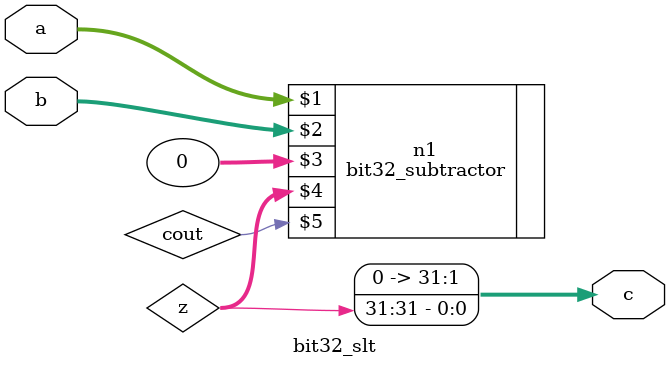
<source format=v>
`timescale 1ns / 1ps


module bit32_slt(input wire [31:0] a,input wire [31:0] b,output [31:0]c);
wire cout;
wire [31:0] z;
bit32_subtractor n1(a,b,0,z,cout);
assign c[0]=z[31];
assign c[31:1] = 0;
endmodule
</source>
